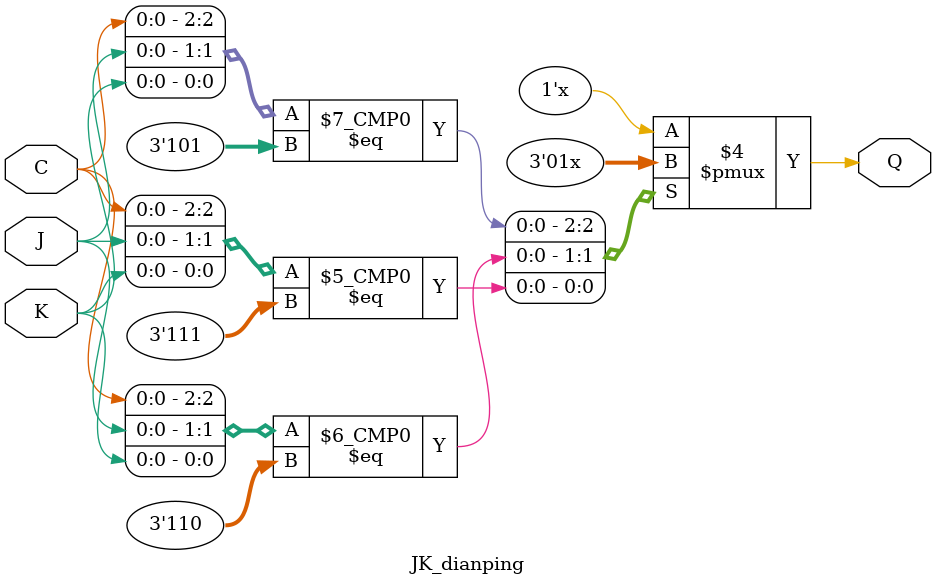
<source format=v>
module JK_dianping(C,J,K,Q);
input C,J,K;
output Q;
reg Q;

always @(*)
		case({C,J,K})
		3'b100:Q=Q;
		3'b101:Q=1'b0;
		3'b110:Q=1'b1;
		3'b111:Q=~Q;
		default:Q=Q;
		endcase
		
endmodule 
</source>
